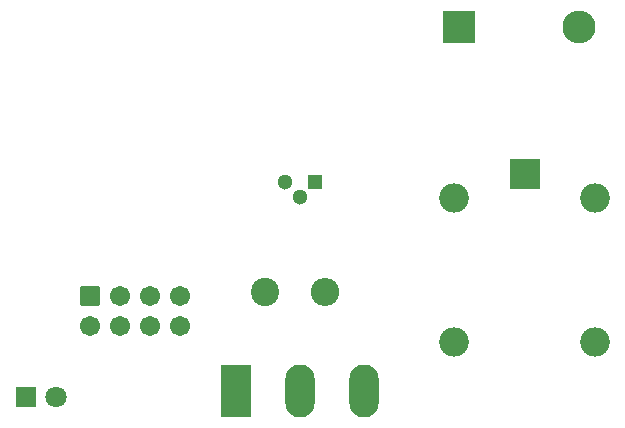
<source format=gbr>
%TF.GenerationSoftware,KiCad,Pcbnew,8.0.1*%
%TF.CreationDate,2024-09-13T19:12:22+01:00*%
%TF.ProjectId,switch,73776974-6368-42e6-9b69-6361645f7063,rev?*%
%TF.SameCoordinates,Original*%
%TF.FileFunction,Soldermask,Top*%
%TF.FilePolarity,Negative*%
%FSLAX46Y46*%
G04 Gerber Fmt 4.6, Leading zero omitted, Abs format (unit mm)*
G04 Created by KiCad (PCBNEW 8.0.1) date 2024-09-13 19:12:22*
%MOMM*%
%LPD*%
G01*
G04 APERTURE LIST*
G04 Aperture macros list*
%AMRoundRect*
0 Rectangle with rounded corners*
0 $1 Rounding radius*
0 $2 $3 $4 $5 $6 $7 $8 $9 X,Y pos of 4 corners*
0 Add a 4 corners polygon primitive as box body*
4,1,4,$2,$3,$4,$5,$6,$7,$8,$9,$2,$3,0*
0 Add four circle primitives for the rounded corners*
1,1,$1+$1,$2,$3*
1,1,$1+$1,$4,$5*
1,1,$1+$1,$6,$7*
1,1,$1+$1,$8,$9*
0 Add four rect primitives between the rounded corners*
20,1,$1+$1,$2,$3,$4,$5,0*
20,1,$1+$1,$4,$5,$6,$7,0*
20,1,$1+$1,$6,$7,$8,$9,0*
20,1,$1+$1,$8,$9,$2,$3,0*%
G04 Aperture macros list end*
%ADD10R,2.500000X2.500000*%
%ADD11O,2.500000X2.500000*%
%ADD12R,2.500000X4.500000*%
%ADD13O,2.500000X4.500000*%
%ADD14R,1.800000X1.800000*%
%ADD15C,1.800000*%
%ADD16R,2.800000X2.800000*%
%ADD17O,2.800000X2.800000*%
%ADD18C,2.400000*%
%ADD19O,2.400000X2.400000*%
%ADD20R,1.300000X1.300000*%
%ADD21C,1.300000*%
%ADD22RoundRect,0.102000X-0.750000X-0.750000X0.750000X-0.750000X0.750000X0.750000X-0.750000X0.750000X0*%
%ADD23C,1.704000*%
G04 APERTURE END LIST*
D10*
%TO.C,REF\u002A\u002A*%
X167000000Y-83500000D03*
D11*
X161000000Y-85500000D03*
X161000000Y-97700000D03*
X173000000Y-97700000D03*
X173000000Y-85500000D03*
%TD*%
D12*
%TO.C,REF\u002A\u002A*%
X142550000Y-101875000D03*
D13*
X148000000Y-101875000D03*
X153450000Y-101875000D03*
%TD*%
D14*
%TO.C,led*%
X124750000Y-102400000D03*
D15*
X127290000Y-102400000D03*
%TD*%
D16*
%TO.C,REF\u002A\u002A*%
X161420000Y-71000000D03*
D17*
X171580000Y-71000000D03*
%TD*%
D18*
%TO.C,REF\u002A\u002A*%
X145000000Y-93500000D03*
D19*
X150080000Y-93500000D03*
%TD*%
D20*
%TO.C,BC547*%
X149270000Y-84140000D03*
D21*
X148000000Y-85410000D03*
X146730000Y-84140000D03*
%TD*%
D22*
%TO.C,ESP01*%
X130190000Y-93810000D03*
D23*
X132730000Y-93810000D03*
X135270000Y-93810000D03*
X137810000Y-93810000D03*
X130190000Y-96350000D03*
X132730000Y-96350000D03*
X135270000Y-96350000D03*
X137810000Y-96350000D03*
%TD*%
M02*

</source>
